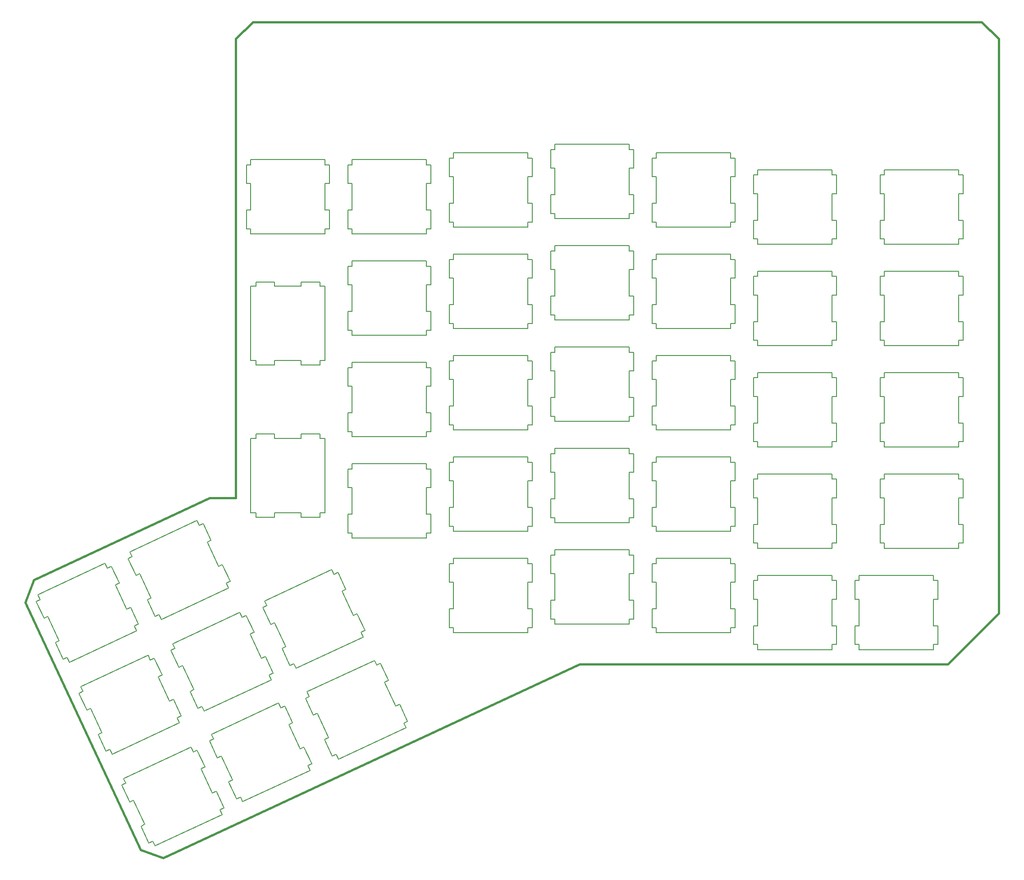
<source format=gbr>
%TF.GenerationSoftware,KiCad,Pcbnew,5.1.7*%
%TF.CreationDate,2020-10-12T11:43:00-07:00*%
%TF.ProjectId,ErgoDOX_right,4572676f-444f-4585-9f72-696768742e6b,2.0.0*%
%TF.SameCoordinates,Original*%
%TF.FileFunction,Other,ECO2*%
%FSLAX46Y46*%
G04 Gerber Fmt 4.6, Leading zero omitted, Abs format (unit mm)*
G04 Created by KiCad (PCBNEW 5.1.7) date 2020-10-12 11:43:00*
%MOMM*%
%LPD*%
G01*
G04 APERTURE LIST*
%TA.AperFunction,Profile*%
%ADD10C,0.381000*%
%TD*%
%ADD11C,0.152400*%
G04 APERTURE END LIST*
D10*
X90121000Y-32258000D02*
X93521000Y-32258000D01*
X90121000Y-32258000D02*
X77876400Y-32258000D01*
X95046800Y-32258000D02*
X93521000Y-32258000D01*
X202742800Y-32258000D02*
X143408400Y-32258000D01*
X143408400Y-32258000D02*
X131902200Y-32258000D01*
X131902200Y-32258000D02*
X95046800Y-32258000D01*
X77876400Y-32258000D02*
X65811400Y-32258000D01*
X65811400Y-32258000D02*
X62611000Y-35433000D01*
X127152400Y-152908000D02*
X196392800Y-152908000D01*
X196392800Y-152908000D02*
X205917800Y-143383000D01*
X205917800Y-143383000D02*
X205917800Y-35433000D01*
X205917800Y-35433000D02*
X202742800Y-32258000D01*
X62611000Y-35433000D02*
X62611000Y-121666000D01*
X62611000Y-121666000D02*
X57708800Y-121666000D01*
X57708800Y-121666000D02*
X24617680Y-137096500D01*
X24617680Y-137096500D02*
X23080980Y-141315440D01*
X23080980Y-141315440D02*
X44764960Y-187817760D01*
X44764960Y-187817760D02*
X48983900Y-189351920D01*
X48983900Y-189351920D02*
X127152400Y-152908000D01*
D11*
%TO.C,SW5:13*%
X184467500Y-61000640D02*
X184467500Y-60020200D01*
X183654700Y-61000640D02*
X184467500Y-61000640D01*
X183654700Y-64500760D02*
X183654700Y-61000640D01*
X184467500Y-64500760D02*
X183654700Y-64500760D01*
X184467500Y-69509640D02*
X184467500Y-64500760D01*
X183654700Y-69509640D02*
X184467500Y-69509640D01*
X183654700Y-73009760D02*
X183654700Y-69509640D01*
X184467500Y-73009760D02*
X183654700Y-73009760D01*
X184467500Y-73990200D02*
X184467500Y-73009760D01*
X198437500Y-73990200D02*
X184467500Y-73990200D01*
X198437500Y-73009760D02*
X198437500Y-73990200D01*
X199250300Y-73009760D02*
X198437500Y-73009760D01*
X199250300Y-69509640D02*
X199250300Y-73009760D01*
X198437500Y-69509640D02*
X199250300Y-69509640D01*
X198437500Y-64500760D02*
X198437500Y-69509640D01*
X199250300Y-64500760D02*
X198437500Y-64500760D01*
X199250300Y-61000640D02*
X199250300Y-64500760D01*
X198437500Y-61000640D02*
X199250300Y-61000640D01*
X198437500Y-60020200D02*
X198437500Y-61000640D01*
X184467500Y-60020200D02*
X198437500Y-60020200D01*
%TO.C,SX1:7*%
X51146923Y-149993829D02*
X50732572Y-149105249D01*
X50410276Y-150337333D02*
X51146923Y-149993829D01*
X51889491Y-153509519D02*
X50410276Y-150337333D01*
X52626138Y-153166015D02*
X51889491Y-153509519D01*
X54742982Y-157705602D02*
X52626138Y-153166015D01*
X54006335Y-158049106D02*
X54742982Y-157705602D01*
X55485550Y-161221292D02*
X54006335Y-158049106D01*
X56222197Y-160877788D02*
X55485550Y-161221292D01*
X56636549Y-161766368D02*
X56222197Y-160877788D01*
X69297668Y-155862391D02*
X56636549Y-161766368D01*
X68883317Y-154973811D02*
X69297668Y-155862391D01*
X69619964Y-154630307D02*
X68883317Y-154973811D01*
X68140749Y-151458121D02*
X69619964Y-154630307D01*
X67404102Y-151801625D02*
X68140749Y-151458121D01*
X65287258Y-147262038D02*
X67404102Y-151801625D01*
X66023905Y-146918534D02*
X65287258Y-147262038D01*
X64544690Y-143746348D02*
X66023905Y-146918534D01*
X63808043Y-144089852D02*
X64544690Y-143746348D01*
X63393691Y-143201272D02*
X63808043Y-144089852D01*
X50732572Y-149105249D02*
X63393691Y-143201272D01*
%TO.C,SW3:13*%
X184467500Y-99098100D02*
X184467500Y-98117660D01*
X183654700Y-99098100D02*
X184467500Y-99098100D01*
X183654700Y-102598220D02*
X183654700Y-99098100D01*
X184467500Y-102598220D02*
X183654700Y-102598220D01*
X184467500Y-107607100D02*
X184467500Y-102598220D01*
X183654700Y-107607100D02*
X184467500Y-107607100D01*
X183654700Y-111107220D02*
X183654700Y-107607100D01*
X184467500Y-111107220D02*
X183654700Y-111107220D01*
X184467500Y-112087660D02*
X184467500Y-111107220D01*
X198437500Y-112087660D02*
X184467500Y-112087660D01*
X198437500Y-111107220D02*
X198437500Y-112087660D01*
X199250300Y-111107220D02*
X198437500Y-111107220D01*
X199250300Y-107607100D02*
X199250300Y-111107220D01*
X198437500Y-107607100D02*
X199250300Y-107607100D01*
X198437500Y-102598220D02*
X198437500Y-107607100D01*
X199250300Y-102598220D02*
X198437500Y-102598220D01*
X199250300Y-99098100D02*
X199250300Y-102598220D01*
X198437500Y-99098100D02*
X199250300Y-99098100D01*
X198437500Y-98117660D02*
X198437500Y-99098100D01*
X184467500Y-98117660D02*
X198437500Y-98117660D01*
%TO.C,SW2:9*%
X103505000Y-114973100D02*
X103505000Y-113992660D01*
X102692200Y-114973100D02*
X103505000Y-114973100D01*
X102692200Y-118473220D02*
X102692200Y-114973100D01*
X103505000Y-118473220D02*
X102692200Y-118473220D01*
X103505000Y-123482100D02*
X103505000Y-118473220D01*
X102692200Y-123482100D02*
X103505000Y-123482100D01*
X102692200Y-126982220D02*
X102692200Y-123482100D01*
X103505000Y-126982220D02*
X102692200Y-126982220D01*
X103505000Y-127962660D02*
X103505000Y-126982220D01*
X117475000Y-127962660D02*
X103505000Y-127962660D01*
X117475000Y-126982220D02*
X117475000Y-127962660D01*
X118287800Y-126982220D02*
X117475000Y-126982220D01*
X118287800Y-123482100D02*
X118287800Y-126982220D01*
X117475000Y-123482100D02*
X118287800Y-123482100D01*
X117475000Y-118473220D02*
X117475000Y-123482100D01*
X118287800Y-118473220D02*
X117475000Y-118473220D01*
X118287800Y-114973100D02*
X118287800Y-118473220D01*
X117475000Y-114973100D02*
X118287800Y-114973100D01*
X117475000Y-113992660D02*
X117475000Y-114973100D01*
X103505000Y-113992660D02*
X117475000Y-113992660D01*
%TO.C,SW2:10*%
X122555000Y-113375440D02*
X122555000Y-112395000D01*
X121742200Y-113375440D02*
X122555000Y-113375440D01*
X121742200Y-116875560D02*
X121742200Y-113375440D01*
X122555000Y-116875560D02*
X121742200Y-116875560D01*
X122555000Y-121884440D02*
X122555000Y-116875560D01*
X121742200Y-121884440D02*
X122555000Y-121884440D01*
X121742200Y-125384560D02*
X121742200Y-121884440D01*
X122555000Y-125384560D02*
X121742200Y-125384560D01*
X122555000Y-126365000D02*
X122555000Y-125384560D01*
X136525000Y-126365000D02*
X122555000Y-126365000D01*
X136525000Y-125384560D02*
X136525000Y-126365000D01*
X137337800Y-125384560D02*
X136525000Y-125384560D01*
X137337800Y-121884440D02*
X137337800Y-125384560D01*
X136525000Y-121884440D02*
X137337800Y-121884440D01*
X136525000Y-116875560D02*
X136525000Y-121884440D01*
X137337800Y-116875560D02*
X136525000Y-116875560D01*
X137337800Y-113375440D02*
X137337800Y-116875560D01*
X136525000Y-113375440D02*
X137337800Y-113375440D01*
X136525000Y-112395000D02*
X136525000Y-113375440D01*
X122555000Y-112395000D02*
X136525000Y-112395000D01*
%TO.C,SW3:9*%
X103505000Y-95923100D02*
X103505000Y-94942660D01*
X102692200Y-95923100D02*
X103505000Y-95923100D01*
X102692200Y-99423220D02*
X102692200Y-95923100D01*
X103505000Y-99423220D02*
X102692200Y-99423220D01*
X103505000Y-104432100D02*
X103505000Y-99423220D01*
X102692200Y-104432100D02*
X103505000Y-104432100D01*
X102692200Y-107932220D02*
X102692200Y-104432100D01*
X103505000Y-107932220D02*
X102692200Y-107932220D01*
X103505000Y-108912660D02*
X103505000Y-107932220D01*
X117475000Y-108912660D02*
X103505000Y-108912660D01*
X117475000Y-107932220D02*
X117475000Y-108912660D01*
X118287800Y-107932220D02*
X117475000Y-107932220D01*
X118287800Y-104432100D02*
X118287800Y-107932220D01*
X117475000Y-104432100D02*
X118287800Y-104432100D01*
X117475000Y-99423220D02*
X117475000Y-104432100D01*
X118287800Y-99423220D02*
X117475000Y-99423220D01*
X118287800Y-95923100D02*
X118287800Y-99423220D01*
X117475000Y-95923100D02*
X118287800Y-95923100D01*
X117475000Y-94942660D02*
X117475000Y-95923100D01*
X103505000Y-94942660D02*
X117475000Y-94942660D01*
%TO.C,SW2:11*%
X141605000Y-114973100D02*
X141605000Y-113992660D01*
X140792200Y-114973100D02*
X141605000Y-114973100D01*
X140792200Y-118473220D02*
X140792200Y-114973100D01*
X141605000Y-118473220D02*
X140792200Y-118473220D01*
X141605000Y-123482100D02*
X141605000Y-118473220D01*
X140792200Y-123482100D02*
X141605000Y-123482100D01*
X140792200Y-126982220D02*
X140792200Y-123482100D01*
X141605000Y-126982220D02*
X140792200Y-126982220D01*
X141605000Y-127962660D02*
X141605000Y-126982220D01*
X155575000Y-127962660D02*
X141605000Y-127962660D01*
X155575000Y-126982220D02*
X155575000Y-127962660D01*
X156387800Y-126982220D02*
X155575000Y-126982220D01*
X156387800Y-123482100D02*
X156387800Y-126982220D01*
X155575000Y-123482100D02*
X156387800Y-123482100D01*
X155575000Y-118473220D02*
X155575000Y-123482100D01*
X156387800Y-118473220D02*
X155575000Y-118473220D01*
X156387800Y-114973100D02*
X156387800Y-118473220D01*
X155575000Y-114973100D02*
X156387800Y-114973100D01*
X155575000Y-113992660D02*
X155575000Y-114973100D01*
X141605000Y-113992660D02*
X155575000Y-113992660D01*
%TO.C,SW3:10*%
X122555000Y-94325440D02*
X122555000Y-93345000D01*
X121742200Y-94325440D02*
X122555000Y-94325440D01*
X121742200Y-97825560D02*
X121742200Y-94325440D01*
X122555000Y-97825560D02*
X121742200Y-97825560D01*
X122555000Y-102834440D02*
X122555000Y-97825560D01*
X121742200Y-102834440D02*
X122555000Y-102834440D01*
X121742200Y-106334560D02*
X121742200Y-102834440D01*
X122555000Y-106334560D02*
X121742200Y-106334560D01*
X122555000Y-107315000D02*
X122555000Y-106334560D01*
X136525000Y-107315000D02*
X122555000Y-107315000D01*
X136525000Y-106334560D02*
X136525000Y-107315000D01*
X137337800Y-106334560D02*
X136525000Y-106334560D01*
X137337800Y-102834440D02*
X137337800Y-106334560D01*
X136525000Y-102834440D02*
X137337800Y-102834440D01*
X136525000Y-97825560D02*
X136525000Y-102834440D01*
X137337800Y-97825560D02*
X136525000Y-97825560D01*
X137337800Y-94325440D02*
X137337800Y-97825560D01*
X136525000Y-94325440D02*
X137337800Y-94325440D01*
X136525000Y-93345000D02*
X136525000Y-94325440D01*
X122555000Y-93345000D02*
X136525000Y-93345000D01*
%TO.C,SW3:11*%
X141605000Y-95923100D02*
X141605000Y-94942660D01*
X140792200Y-95923100D02*
X141605000Y-95923100D01*
X140792200Y-99423220D02*
X140792200Y-95923100D01*
X141605000Y-99423220D02*
X140792200Y-99423220D01*
X141605000Y-104432100D02*
X141605000Y-99423220D01*
X140792200Y-104432100D02*
X141605000Y-104432100D01*
X140792200Y-107932220D02*
X140792200Y-104432100D01*
X141605000Y-107932220D02*
X140792200Y-107932220D01*
X141605000Y-108912660D02*
X141605000Y-107932220D01*
X155575000Y-108912660D02*
X141605000Y-108912660D01*
X155575000Y-107932220D02*
X155575000Y-108912660D01*
X156387800Y-107932220D02*
X155575000Y-107932220D01*
X156387800Y-104432100D02*
X156387800Y-107932220D01*
X155575000Y-104432100D02*
X156387800Y-104432100D01*
X155575000Y-99423220D02*
X155575000Y-104432100D01*
X156387800Y-99423220D02*
X155575000Y-99423220D01*
X156387800Y-95923100D02*
X156387800Y-99423220D01*
X155575000Y-95923100D02*
X156387800Y-95923100D01*
X155575000Y-94942660D02*
X155575000Y-95923100D01*
X141605000Y-94942660D02*
X155575000Y-94942660D01*
%TO.C,SW1:11*%
X141605000Y-134023100D02*
X141605000Y-133042660D01*
X140792200Y-134023100D02*
X141605000Y-134023100D01*
X140792200Y-137523220D02*
X140792200Y-134023100D01*
X141605000Y-137523220D02*
X140792200Y-137523220D01*
X141605000Y-142532100D02*
X141605000Y-137523220D01*
X140792200Y-142532100D02*
X141605000Y-142532100D01*
X140792200Y-146032220D02*
X140792200Y-142532100D01*
X141605000Y-146032220D02*
X140792200Y-146032220D01*
X141605000Y-147012660D02*
X141605000Y-146032220D01*
X155575000Y-147012660D02*
X141605000Y-147012660D01*
X155575000Y-146032220D02*
X155575000Y-147012660D01*
X156387800Y-146032220D02*
X155575000Y-146032220D01*
X156387800Y-142532100D02*
X156387800Y-146032220D01*
X155575000Y-142532100D02*
X156387800Y-142532100D01*
X155575000Y-137523220D02*
X155575000Y-142532100D01*
X156387800Y-137523220D02*
X155575000Y-137523220D01*
X156387800Y-134023100D02*
X156387800Y-137523220D01*
X155575000Y-134023100D02*
X156387800Y-134023100D01*
X155575000Y-133042660D02*
X155575000Y-134023100D01*
X141605000Y-133042660D02*
X155575000Y-133042660D01*
%TO.C,SW1:10*%
X122555000Y-132425440D02*
X122555000Y-131445000D01*
X121742200Y-132425440D02*
X122555000Y-132425440D01*
X121742200Y-135925560D02*
X121742200Y-132425440D01*
X122555000Y-135925560D02*
X121742200Y-135925560D01*
X122555000Y-140934440D02*
X122555000Y-135925560D01*
X121742200Y-140934440D02*
X122555000Y-140934440D01*
X121742200Y-144434560D02*
X121742200Y-140934440D01*
X122555000Y-144434560D02*
X121742200Y-144434560D01*
X122555000Y-145415000D02*
X122555000Y-144434560D01*
X136525000Y-145415000D02*
X122555000Y-145415000D01*
X136525000Y-144434560D02*
X136525000Y-145415000D01*
X137337800Y-144434560D02*
X136525000Y-144434560D01*
X137337800Y-140934440D02*
X137337800Y-144434560D01*
X136525000Y-140934440D02*
X137337800Y-140934440D01*
X136525000Y-135925560D02*
X136525000Y-140934440D01*
X137337800Y-135925560D02*
X136525000Y-135925560D01*
X137337800Y-132425440D02*
X137337800Y-135925560D01*
X136525000Y-132425440D02*
X137337800Y-132425440D01*
X136525000Y-131445000D02*
X136525000Y-132425440D01*
X122555000Y-131445000D02*
X136525000Y-131445000D01*
%TO.C,SW1:9*%
X103505000Y-134023100D02*
X103505000Y-133042660D01*
X102692200Y-134023100D02*
X103505000Y-134023100D01*
X102692200Y-137523220D02*
X102692200Y-134023100D01*
X103505000Y-137523220D02*
X102692200Y-137523220D01*
X103505000Y-142532100D02*
X103505000Y-137523220D01*
X102692200Y-142532100D02*
X103505000Y-142532100D01*
X102692200Y-146032220D02*
X102692200Y-142532100D01*
X103505000Y-146032220D02*
X102692200Y-146032220D01*
X103505000Y-147012660D02*
X103505000Y-146032220D01*
X117475000Y-147012660D02*
X103505000Y-147012660D01*
X117475000Y-146032220D02*
X117475000Y-147012660D01*
X118287800Y-146032220D02*
X117475000Y-146032220D01*
X118287800Y-142532100D02*
X118287800Y-146032220D01*
X117475000Y-142532100D02*
X118287800Y-142532100D01*
X117475000Y-137523220D02*
X117475000Y-142532100D01*
X118287800Y-137523220D02*
X117475000Y-137523220D01*
X118287800Y-134023100D02*
X118287800Y-137523220D01*
X117475000Y-134023100D02*
X118287800Y-134023100D01*
X117475000Y-133042660D02*
X117475000Y-134023100D01*
X103505000Y-133042660D02*
X117475000Y-133042660D01*
%TO.C,SX1:8*%
X68411303Y-141942029D02*
X67996952Y-141053449D01*
X67674656Y-142285533D02*
X68411303Y-141942029D01*
X69153871Y-145457719D02*
X67674656Y-142285533D01*
X69890518Y-145114215D02*
X69153871Y-145457719D01*
X72007362Y-149653802D02*
X69890518Y-145114215D01*
X71270715Y-149997306D02*
X72007362Y-149653802D01*
X72749930Y-153169492D02*
X71270715Y-149997306D01*
X73486577Y-152825988D02*
X72749930Y-153169492D01*
X73900929Y-153714568D02*
X73486577Y-152825988D01*
X86562048Y-147810591D02*
X73900929Y-153714568D01*
X86147697Y-146922011D02*
X86562048Y-147810591D01*
X86884344Y-146578507D02*
X86147697Y-146922011D01*
X85405129Y-143406321D02*
X86884344Y-146578507D01*
X84668482Y-143749825D02*
X85405129Y-143406321D01*
X82551638Y-139210238D02*
X84668482Y-143749825D01*
X83288285Y-138866734D02*
X82551638Y-139210238D01*
X81809070Y-135694548D02*
X83288285Y-138866734D01*
X81072423Y-136038052D02*
X81809070Y-135694548D01*
X80658071Y-135149472D02*
X81072423Y-136038052D01*
X67996952Y-141053449D02*
X80658071Y-135149472D01*
%TO.C,SW5:12*%
X160655000Y-61000640D02*
X160655000Y-60020200D01*
X159842200Y-61000640D02*
X160655000Y-61000640D01*
X159842200Y-64500760D02*
X159842200Y-61000640D01*
X160655000Y-64500760D02*
X159842200Y-64500760D01*
X160655000Y-69509640D02*
X160655000Y-64500760D01*
X159842200Y-69509640D02*
X160655000Y-69509640D01*
X159842200Y-73009760D02*
X159842200Y-69509640D01*
X160655000Y-73009760D02*
X159842200Y-73009760D01*
X160655000Y-73990200D02*
X160655000Y-73009760D01*
X174625000Y-73990200D02*
X160655000Y-73990200D01*
X174625000Y-73009760D02*
X174625000Y-73990200D01*
X175437800Y-73009760D02*
X174625000Y-73009760D01*
X175437800Y-69509640D02*
X175437800Y-73009760D01*
X174625000Y-69509640D02*
X175437800Y-69509640D01*
X174625000Y-64500760D02*
X174625000Y-69509640D01*
X175437800Y-64500760D02*
X174625000Y-64500760D01*
X175437800Y-61000640D02*
X175437800Y-64500760D01*
X174625000Y-61000640D02*
X175437800Y-61000640D01*
X174625000Y-60020200D02*
X174625000Y-61000640D01*
X160655000Y-60020200D02*
X174625000Y-60020200D01*
%TO.C,SW5:11*%
X141605000Y-57823100D02*
X141605000Y-56842660D01*
X140792200Y-57823100D02*
X141605000Y-57823100D01*
X140792200Y-61323220D02*
X140792200Y-57823100D01*
X141605000Y-61323220D02*
X140792200Y-61323220D01*
X141605000Y-66332100D02*
X141605000Y-61323220D01*
X140792200Y-66332100D02*
X141605000Y-66332100D01*
X140792200Y-69832220D02*
X140792200Y-66332100D01*
X141605000Y-69832220D02*
X140792200Y-69832220D01*
X141605000Y-70812660D02*
X141605000Y-69832220D01*
X155575000Y-70812660D02*
X141605000Y-70812660D01*
X155575000Y-69832220D02*
X155575000Y-70812660D01*
X156387800Y-69832220D02*
X155575000Y-69832220D01*
X156387800Y-66332100D02*
X156387800Y-69832220D01*
X155575000Y-66332100D02*
X156387800Y-66332100D01*
X155575000Y-61323220D02*
X155575000Y-66332100D01*
X156387800Y-61323220D02*
X155575000Y-61323220D01*
X156387800Y-57823100D02*
X156387800Y-61323220D01*
X155575000Y-57823100D02*
X156387800Y-57823100D01*
X155575000Y-56842660D02*
X155575000Y-57823100D01*
X141605000Y-56842660D02*
X155575000Y-56842660D01*
%TO.C,SW5:10*%
X122555000Y-56225440D02*
X122555000Y-55245000D01*
X121742200Y-56225440D02*
X122555000Y-56225440D01*
X121742200Y-59725560D02*
X121742200Y-56225440D01*
X122555000Y-59725560D02*
X121742200Y-59725560D01*
X122555000Y-64734440D02*
X122555000Y-59725560D01*
X121742200Y-64734440D02*
X122555000Y-64734440D01*
X121742200Y-68234560D02*
X121742200Y-64734440D01*
X122555000Y-68234560D02*
X121742200Y-68234560D01*
X122555000Y-69215000D02*
X122555000Y-68234560D01*
X136525000Y-69215000D02*
X122555000Y-69215000D01*
X136525000Y-68234560D02*
X136525000Y-69215000D01*
X137337800Y-68234560D02*
X136525000Y-68234560D01*
X137337800Y-64734440D02*
X137337800Y-68234560D01*
X136525000Y-64734440D02*
X137337800Y-64734440D01*
X136525000Y-59725560D02*
X136525000Y-64734440D01*
X137337800Y-59725560D02*
X136525000Y-59725560D01*
X137337800Y-56225440D02*
X137337800Y-59725560D01*
X136525000Y-56225440D02*
X137337800Y-56225440D01*
X136525000Y-55245000D02*
X136525000Y-56225440D01*
X122555000Y-55245000D02*
X136525000Y-55245000D01*
%TO.C,SW5:9*%
X103505000Y-57823100D02*
X103505000Y-56842660D01*
X102692200Y-57823100D02*
X103505000Y-57823100D01*
X102692200Y-61323220D02*
X102692200Y-57823100D01*
X103505000Y-61323220D02*
X102692200Y-61323220D01*
X103505000Y-66332100D02*
X103505000Y-61323220D01*
X102692200Y-66332100D02*
X103505000Y-66332100D01*
X102692200Y-69832220D02*
X102692200Y-66332100D01*
X103505000Y-69832220D02*
X102692200Y-69832220D01*
X103505000Y-70812660D02*
X103505000Y-69832220D01*
X117475000Y-70812660D02*
X103505000Y-70812660D01*
X117475000Y-69832220D02*
X117475000Y-70812660D01*
X118287800Y-69832220D02*
X117475000Y-69832220D01*
X118287800Y-66332100D02*
X118287800Y-69832220D01*
X117475000Y-66332100D02*
X118287800Y-66332100D01*
X117475000Y-61323220D02*
X117475000Y-66332100D01*
X118287800Y-61323220D02*
X117475000Y-61323220D01*
X118287800Y-57823100D02*
X118287800Y-61323220D01*
X117475000Y-57823100D02*
X118287800Y-57823100D01*
X117475000Y-56842660D02*
X117475000Y-57823100D01*
X103505000Y-56842660D02*
X117475000Y-56842660D01*
%TO.C,SW5:8*%
X84455000Y-59095640D02*
X84455000Y-58115200D01*
X83642200Y-59095640D02*
X84455000Y-59095640D01*
X83642200Y-62595760D02*
X83642200Y-59095640D01*
X84455000Y-62595760D02*
X83642200Y-62595760D01*
X84455000Y-67604640D02*
X84455000Y-62595760D01*
X83642200Y-67604640D02*
X84455000Y-67604640D01*
X83642200Y-71104760D02*
X83642200Y-67604640D01*
X84455000Y-71104760D02*
X83642200Y-71104760D01*
X84455000Y-72085200D02*
X84455000Y-71104760D01*
X98425000Y-72085200D02*
X84455000Y-72085200D01*
X98425000Y-71104760D02*
X98425000Y-72085200D01*
X99237800Y-71104760D02*
X98425000Y-71104760D01*
X99237800Y-67604640D02*
X99237800Y-71104760D01*
X98425000Y-67604640D02*
X99237800Y-67604640D01*
X98425000Y-62595760D02*
X98425000Y-67604640D01*
X99237800Y-62595760D02*
X98425000Y-62595760D01*
X99237800Y-59095640D02*
X99237800Y-62595760D01*
X98425000Y-59095640D02*
X99237800Y-59095640D01*
X98425000Y-58115200D02*
X98425000Y-59095640D01*
X84455000Y-58115200D02*
X98425000Y-58115200D01*
%TO.C,SW5:7*%
X65405000Y-59095640D02*
X65405000Y-58115200D01*
X64592200Y-59095640D02*
X65405000Y-59095640D01*
X64592200Y-62595760D02*
X64592200Y-59095640D01*
X65405000Y-62595760D02*
X64592200Y-62595760D01*
X65405000Y-67604640D02*
X65405000Y-62595760D01*
X64592200Y-67604640D02*
X65405000Y-67604640D01*
X64592200Y-71104760D02*
X64592200Y-67604640D01*
X65405000Y-71104760D02*
X64592200Y-71104760D01*
X65405000Y-72085200D02*
X65405000Y-71104760D01*
X79375000Y-72085200D02*
X65405000Y-72085200D01*
X79375000Y-71104760D02*
X79375000Y-72085200D01*
X80187800Y-71104760D02*
X79375000Y-71104760D01*
X80187800Y-67604640D02*
X80187800Y-71104760D01*
X79375000Y-67604640D02*
X80187800Y-67604640D01*
X79375000Y-62595760D02*
X79375000Y-67604640D01*
X80187800Y-62595760D02*
X79375000Y-62595760D01*
X80187800Y-59095640D02*
X80187800Y-62595760D01*
X79375000Y-59095640D02*
X80187800Y-59095640D01*
X79375000Y-58115200D02*
X79375000Y-59095640D01*
X65405000Y-58115200D02*
X79375000Y-58115200D01*
%TO.C,SW4:13*%
X184467500Y-80048100D02*
X184467500Y-79067660D01*
X183654700Y-80048100D02*
X184467500Y-80048100D01*
X183654700Y-83548220D02*
X183654700Y-80048100D01*
X184467500Y-83548220D02*
X183654700Y-83548220D01*
X184467500Y-88557100D02*
X184467500Y-83548220D01*
X183654700Y-88557100D02*
X184467500Y-88557100D01*
X183654700Y-92057220D02*
X183654700Y-88557100D01*
X184467500Y-92057220D02*
X183654700Y-92057220D01*
X184467500Y-93037660D02*
X184467500Y-92057220D01*
X198437500Y-93037660D02*
X184467500Y-93037660D01*
X198437500Y-92057220D02*
X198437500Y-93037660D01*
X199250300Y-92057220D02*
X198437500Y-92057220D01*
X199250300Y-88557100D02*
X199250300Y-92057220D01*
X198437500Y-88557100D02*
X199250300Y-88557100D01*
X198437500Y-83548220D02*
X198437500Y-88557100D01*
X199250300Y-83548220D02*
X198437500Y-83548220D01*
X199250300Y-80048100D02*
X199250300Y-83548220D01*
X198437500Y-80048100D02*
X199250300Y-80048100D01*
X198437500Y-79067660D02*
X198437500Y-80048100D01*
X184467500Y-79067660D02*
X198437500Y-79067660D01*
%TO.C,SW4:12*%
X160655000Y-80048100D02*
X160655000Y-79067660D01*
X159842200Y-80048100D02*
X160655000Y-80048100D01*
X159842200Y-83548220D02*
X159842200Y-80048100D01*
X160655000Y-83548220D02*
X159842200Y-83548220D01*
X160655000Y-88557100D02*
X160655000Y-83548220D01*
X159842200Y-88557100D02*
X160655000Y-88557100D01*
X159842200Y-92057220D02*
X159842200Y-88557100D01*
X160655000Y-92057220D02*
X159842200Y-92057220D01*
X160655000Y-93037660D02*
X160655000Y-92057220D01*
X174625000Y-93037660D02*
X160655000Y-93037660D01*
X174625000Y-92057220D02*
X174625000Y-93037660D01*
X175437800Y-92057220D02*
X174625000Y-92057220D01*
X175437800Y-88557100D02*
X175437800Y-92057220D01*
X174625000Y-88557100D02*
X175437800Y-88557100D01*
X174625000Y-83548220D02*
X174625000Y-88557100D01*
X175437800Y-83548220D02*
X174625000Y-83548220D01*
X175437800Y-80048100D02*
X175437800Y-83548220D01*
X174625000Y-80048100D02*
X175437800Y-80048100D01*
X174625000Y-79067660D02*
X174625000Y-80048100D01*
X160655000Y-79067660D02*
X174625000Y-79067660D01*
%TO.C,SW4:11*%
X141605000Y-76873100D02*
X141605000Y-75892660D01*
X140792200Y-76873100D02*
X141605000Y-76873100D01*
X140792200Y-80373220D02*
X140792200Y-76873100D01*
X141605000Y-80373220D02*
X140792200Y-80373220D01*
X141605000Y-85382100D02*
X141605000Y-80373220D01*
X140792200Y-85382100D02*
X141605000Y-85382100D01*
X140792200Y-88882220D02*
X140792200Y-85382100D01*
X141605000Y-88882220D02*
X140792200Y-88882220D01*
X141605000Y-89862660D02*
X141605000Y-88882220D01*
X155575000Y-89862660D02*
X141605000Y-89862660D01*
X155575000Y-88882220D02*
X155575000Y-89862660D01*
X156387800Y-88882220D02*
X155575000Y-88882220D01*
X156387800Y-85382100D02*
X156387800Y-88882220D01*
X155575000Y-85382100D02*
X156387800Y-85382100D01*
X155575000Y-80373220D02*
X155575000Y-85382100D01*
X156387800Y-80373220D02*
X155575000Y-80373220D01*
X156387800Y-76873100D02*
X156387800Y-80373220D01*
X155575000Y-76873100D02*
X156387800Y-76873100D01*
X155575000Y-75892660D02*
X155575000Y-76873100D01*
X141605000Y-75892660D02*
X155575000Y-75892660D01*
%TO.C,SW4:10*%
X122555000Y-75275440D02*
X122555000Y-74295000D01*
X121742200Y-75275440D02*
X122555000Y-75275440D01*
X121742200Y-78775560D02*
X121742200Y-75275440D01*
X122555000Y-78775560D02*
X121742200Y-78775560D01*
X122555000Y-83784440D02*
X122555000Y-78775560D01*
X121742200Y-83784440D02*
X122555000Y-83784440D01*
X121742200Y-87284560D02*
X121742200Y-83784440D01*
X122555000Y-87284560D02*
X121742200Y-87284560D01*
X122555000Y-88265000D02*
X122555000Y-87284560D01*
X136525000Y-88265000D02*
X122555000Y-88265000D01*
X136525000Y-87284560D02*
X136525000Y-88265000D01*
X137337800Y-87284560D02*
X136525000Y-87284560D01*
X137337800Y-83784440D02*
X137337800Y-87284560D01*
X136525000Y-83784440D02*
X137337800Y-83784440D01*
X136525000Y-78775560D02*
X136525000Y-83784440D01*
X137337800Y-78775560D02*
X136525000Y-78775560D01*
X137337800Y-75275440D02*
X137337800Y-78775560D01*
X136525000Y-75275440D02*
X137337800Y-75275440D01*
X136525000Y-74295000D02*
X136525000Y-75275440D01*
X122555000Y-74295000D02*
X136525000Y-74295000D01*
%TO.C,SW4:9*%
X103505000Y-76873100D02*
X103505000Y-75892660D01*
X102692200Y-76873100D02*
X103505000Y-76873100D01*
X102692200Y-80373220D02*
X102692200Y-76873100D01*
X103505000Y-80373220D02*
X102692200Y-80373220D01*
X103505000Y-85382100D02*
X103505000Y-80373220D01*
X102692200Y-85382100D02*
X103505000Y-85382100D01*
X102692200Y-88882220D02*
X102692200Y-85382100D01*
X103505000Y-88882220D02*
X102692200Y-88882220D01*
X103505000Y-89862660D02*
X103505000Y-88882220D01*
X117475000Y-89862660D02*
X103505000Y-89862660D01*
X117475000Y-88882220D02*
X117475000Y-89862660D01*
X118287800Y-88882220D02*
X117475000Y-88882220D01*
X118287800Y-85382100D02*
X118287800Y-88882220D01*
X117475000Y-85382100D02*
X118287800Y-85382100D01*
X117475000Y-80373220D02*
X117475000Y-85382100D01*
X118287800Y-80373220D02*
X117475000Y-80373220D01*
X118287800Y-76873100D02*
X118287800Y-80373220D01*
X117475000Y-76873100D02*
X118287800Y-76873100D01*
X117475000Y-75892660D02*
X117475000Y-76873100D01*
X103505000Y-75892660D02*
X117475000Y-75892660D01*
%TO.C,SW4:8*%
X84455000Y-78143100D02*
X84455000Y-77162660D01*
X83642200Y-78143100D02*
X84455000Y-78143100D01*
X83642200Y-81643220D02*
X83642200Y-78143100D01*
X84455000Y-81643220D02*
X83642200Y-81643220D01*
X84455000Y-86652100D02*
X84455000Y-81643220D01*
X83642200Y-86652100D02*
X84455000Y-86652100D01*
X83642200Y-90152220D02*
X83642200Y-86652100D01*
X84455000Y-90152220D02*
X83642200Y-90152220D01*
X84455000Y-91132660D02*
X84455000Y-90152220D01*
X98425000Y-91132660D02*
X84455000Y-91132660D01*
X98425000Y-90152220D02*
X98425000Y-91132660D01*
X99237800Y-90152220D02*
X98425000Y-90152220D01*
X99237800Y-86652100D02*
X99237800Y-90152220D01*
X98425000Y-86652100D02*
X99237800Y-86652100D01*
X98425000Y-81643220D02*
X98425000Y-86652100D01*
X99237800Y-81643220D02*
X98425000Y-81643220D01*
X99237800Y-78143100D02*
X99237800Y-81643220D01*
X98425000Y-78143100D02*
X99237800Y-78143100D01*
X98425000Y-77162660D02*
X98425000Y-78143100D01*
X84455000Y-77162660D02*
X98425000Y-77162660D01*
%TO.C,SW4:7*%
X66385440Y-95895160D02*
X65405000Y-95895160D01*
X66385440Y-96707960D02*
X66385440Y-95895160D01*
X69885560Y-96707960D02*
X66385440Y-96707960D01*
X69885560Y-95895160D02*
X69885560Y-96707960D01*
X74894440Y-95895160D02*
X69885560Y-95895160D01*
X74894440Y-96707960D02*
X74894440Y-95895160D01*
X78394560Y-96707960D02*
X74894440Y-96707960D01*
X78394560Y-95895160D02*
X78394560Y-96707960D01*
X79375000Y-95895160D02*
X78394560Y-95895160D01*
X79375000Y-81925160D02*
X79375000Y-95895160D01*
X78394560Y-81925160D02*
X79375000Y-81925160D01*
X78394560Y-81112360D02*
X78394560Y-81925160D01*
X74894440Y-81112360D02*
X78394560Y-81112360D01*
X74894440Y-81925160D02*
X74894440Y-81112360D01*
X69885560Y-81925160D02*
X74894440Y-81925160D01*
X69885560Y-81112360D02*
X69885560Y-81925160D01*
X66385440Y-81112360D02*
X69885560Y-81112360D01*
X66385440Y-81925160D02*
X66385440Y-81112360D01*
X65405000Y-81925160D02*
X66385440Y-81925160D01*
X65405000Y-95895160D02*
X65405000Y-81925160D01*
%TO.C,SW3:12*%
X160655000Y-99098100D02*
X160655000Y-98117660D01*
X159842200Y-99098100D02*
X160655000Y-99098100D01*
X159842200Y-102598220D02*
X159842200Y-99098100D01*
X160655000Y-102598220D02*
X159842200Y-102598220D01*
X160655000Y-107607100D02*
X160655000Y-102598220D01*
X159842200Y-107607100D02*
X160655000Y-107607100D01*
X159842200Y-111107220D02*
X159842200Y-107607100D01*
X160655000Y-111107220D02*
X159842200Y-111107220D01*
X160655000Y-112087660D02*
X160655000Y-111107220D01*
X174625000Y-112087660D02*
X160655000Y-112087660D01*
X174625000Y-111107220D02*
X174625000Y-112087660D01*
X175437800Y-111107220D02*
X174625000Y-111107220D01*
X175437800Y-107607100D02*
X175437800Y-111107220D01*
X174625000Y-107607100D02*
X175437800Y-107607100D01*
X174625000Y-102598220D02*
X174625000Y-107607100D01*
X175437800Y-102598220D02*
X174625000Y-102598220D01*
X175437800Y-99098100D02*
X175437800Y-102598220D01*
X174625000Y-99098100D02*
X175437800Y-99098100D01*
X174625000Y-98117660D02*
X174625000Y-99098100D01*
X160655000Y-98117660D02*
X174625000Y-98117660D01*
%TO.C,SW3:8*%
X84455000Y-97193100D02*
X84455000Y-96212660D01*
X83642200Y-97193100D02*
X84455000Y-97193100D01*
X83642200Y-100693220D02*
X83642200Y-97193100D01*
X84455000Y-100693220D02*
X83642200Y-100693220D01*
X84455000Y-105702100D02*
X84455000Y-100693220D01*
X83642200Y-105702100D02*
X84455000Y-105702100D01*
X83642200Y-109202220D02*
X83642200Y-105702100D01*
X84455000Y-109202220D02*
X83642200Y-109202220D01*
X84455000Y-110182660D02*
X84455000Y-109202220D01*
X98425000Y-110182660D02*
X84455000Y-110182660D01*
X98425000Y-109202220D02*
X98425000Y-110182660D01*
X99237800Y-109202220D02*
X98425000Y-109202220D01*
X99237800Y-105702100D02*
X99237800Y-109202220D01*
X98425000Y-105702100D02*
X99237800Y-105702100D01*
X98425000Y-100693220D02*
X98425000Y-105702100D01*
X99237800Y-100693220D02*
X98425000Y-100693220D01*
X99237800Y-97193100D02*
X99237800Y-100693220D01*
X98425000Y-97193100D02*
X99237800Y-97193100D01*
X98425000Y-96212660D02*
X98425000Y-97193100D01*
X84455000Y-96212660D02*
X98425000Y-96212660D01*
%TO.C,SW2:13*%
X184467500Y-118148100D02*
X184467500Y-117167660D01*
X183654700Y-118148100D02*
X184467500Y-118148100D01*
X183654700Y-121648220D02*
X183654700Y-118148100D01*
X184467500Y-121648220D02*
X183654700Y-121648220D01*
X184467500Y-126657100D02*
X184467500Y-121648220D01*
X183654700Y-126657100D02*
X184467500Y-126657100D01*
X183654700Y-130157220D02*
X183654700Y-126657100D01*
X184467500Y-130157220D02*
X183654700Y-130157220D01*
X184467500Y-131137660D02*
X184467500Y-130157220D01*
X198437500Y-131137660D02*
X184467500Y-131137660D01*
X198437500Y-130157220D02*
X198437500Y-131137660D01*
X199250300Y-130157220D02*
X198437500Y-130157220D01*
X199250300Y-126657100D02*
X199250300Y-130157220D01*
X198437500Y-126657100D02*
X199250300Y-126657100D01*
X198437500Y-121648220D02*
X198437500Y-126657100D01*
X199250300Y-121648220D02*
X198437500Y-121648220D01*
X199250300Y-118148100D02*
X199250300Y-121648220D01*
X198437500Y-118148100D02*
X199250300Y-118148100D01*
X198437500Y-117167660D02*
X198437500Y-118148100D01*
X184467500Y-117167660D02*
X198437500Y-117167660D01*
%TO.C,SW2:12*%
X160655000Y-118148100D02*
X160655000Y-117167660D01*
X159842200Y-118148100D02*
X160655000Y-118148100D01*
X159842200Y-121648220D02*
X159842200Y-118148100D01*
X160655000Y-121648220D02*
X159842200Y-121648220D01*
X160655000Y-126657100D02*
X160655000Y-121648220D01*
X159842200Y-126657100D02*
X160655000Y-126657100D01*
X159842200Y-130157220D02*
X159842200Y-126657100D01*
X160655000Y-130157220D02*
X159842200Y-130157220D01*
X160655000Y-131137660D02*
X160655000Y-130157220D01*
X174625000Y-131137660D02*
X160655000Y-131137660D01*
X174625000Y-130157220D02*
X174625000Y-131137660D01*
X175437800Y-130157220D02*
X174625000Y-130157220D01*
X175437800Y-126657100D02*
X175437800Y-130157220D01*
X174625000Y-126657100D02*
X175437800Y-126657100D01*
X174625000Y-121648220D02*
X174625000Y-126657100D01*
X175437800Y-121648220D02*
X174625000Y-121648220D01*
X175437800Y-118148100D02*
X175437800Y-121648220D01*
X174625000Y-118148100D02*
X175437800Y-118148100D01*
X174625000Y-117167660D02*
X174625000Y-118148100D01*
X160655000Y-117167660D02*
X174625000Y-117167660D01*
%TO.C,SW2:8*%
X84455000Y-116243100D02*
X84455000Y-115262660D01*
X83642200Y-116243100D02*
X84455000Y-116243100D01*
X83642200Y-119743220D02*
X83642200Y-116243100D01*
X84455000Y-119743220D02*
X83642200Y-119743220D01*
X84455000Y-124752100D02*
X84455000Y-119743220D01*
X83642200Y-124752100D02*
X84455000Y-124752100D01*
X83642200Y-128252220D02*
X83642200Y-124752100D01*
X84455000Y-128252220D02*
X83642200Y-128252220D01*
X84455000Y-129232660D02*
X84455000Y-128252220D01*
X98425000Y-129232660D02*
X84455000Y-129232660D01*
X98425000Y-128252220D02*
X98425000Y-129232660D01*
X99237800Y-128252220D02*
X98425000Y-128252220D01*
X99237800Y-124752100D02*
X99237800Y-128252220D01*
X98425000Y-124752100D02*
X99237800Y-124752100D01*
X98425000Y-119743220D02*
X98425000Y-124752100D01*
X99237800Y-119743220D02*
X98425000Y-119743220D01*
X99237800Y-116243100D02*
X99237800Y-119743220D01*
X98425000Y-116243100D02*
X99237800Y-116243100D01*
X98425000Y-115262660D02*
X98425000Y-116243100D01*
X84455000Y-115262660D02*
X98425000Y-115262660D01*
%TO.C,SW2:7*%
X66385440Y-124470160D02*
X65405000Y-124470160D01*
X66385440Y-125282960D02*
X66385440Y-124470160D01*
X69885560Y-125282960D02*
X66385440Y-125282960D01*
X69885560Y-124470160D02*
X69885560Y-125282960D01*
X74894440Y-124470160D02*
X69885560Y-124470160D01*
X74894440Y-125282960D02*
X74894440Y-124470160D01*
X78394560Y-125282960D02*
X74894440Y-125282960D01*
X78394560Y-124470160D02*
X78394560Y-125282960D01*
X79375000Y-124470160D02*
X78394560Y-124470160D01*
X79375000Y-110500160D02*
X79375000Y-124470160D01*
X78394560Y-110500160D02*
X79375000Y-110500160D01*
X78394560Y-109687360D02*
X78394560Y-110500160D01*
X74894440Y-109687360D02*
X78394560Y-109687360D01*
X74894440Y-110500160D02*
X74894440Y-109687360D01*
X69885560Y-110500160D02*
X74894440Y-110500160D01*
X69885560Y-109687360D02*
X69885560Y-110500160D01*
X66385440Y-109687360D02*
X69885560Y-109687360D01*
X66385440Y-110500160D02*
X66385440Y-109687360D01*
X65405000Y-110500160D02*
X66385440Y-110500160D01*
X65405000Y-124470160D02*
X65405000Y-110500160D01*
%TO.C,SW1:13*%
X179705000Y-137198100D02*
X179705000Y-136217660D01*
X178892200Y-137198100D02*
X179705000Y-137198100D01*
X178892200Y-140698220D02*
X178892200Y-137198100D01*
X179705000Y-140698220D02*
X178892200Y-140698220D01*
X179705000Y-145707100D02*
X179705000Y-140698220D01*
X178892200Y-145707100D02*
X179705000Y-145707100D01*
X178892200Y-149207220D02*
X178892200Y-145707100D01*
X179705000Y-149207220D02*
X178892200Y-149207220D01*
X179705000Y-150187660D02*
X179705000Y-149207220D01*
X193675000Y-150187660D02*
X179705000Y-150187660D01*
X193675000Y-149207220D02*
X193675000Y-150187660D01*
X194487800Y-149207220D02*
X193675000Y-149207220D01*
X194487800Y-145707100D02*
X194487800Y-149207220D01*
X193675000Y-145707100D02*
X194487800Y-145707100D01*
X193675000Y-140698220D02*
X193675000Y-145707100D01*
X194487800Y-140698220D02*
X193675000Y-140698220D01*
X194487800Y-137198100D02*
X194487800Y-140698220D01*
X193675000Y-137198100D02*
X194487800Y-137198100D01*
X193675000Y-136217660D02*
X193675000Y-137198100D01*
X179705000Y-136217660D02*
X193675000Y-136217660D01*
%TO.C,SW1:12*%
X160655000Y-137198100D02*
X160655000Y-136217660D01*
X159842200Y-137198100D02*
X160655000Y-137198100D01*
X159842200Y-140698220D02*
X159842200Y-137198100D01*
X160655000Y-140698220D02*
X159842200Y-140698220D01*
X160655000Y-145707100D02*
X160655000Y-140698220D01*
X159842200Y-145707100D02*
X160655000Y-145707100D01*
X159842200Y-149207220D02*
X159842200Y-145707100D01*
X160655000Y-149207220D02*
X159842200Y-149207220D01*
X160655000Y-150187660D02*
X160655000Y-149207220D01*
X174625000Y-150187660D02*
X160655000Y-150187660D01*
X174625000Y-149207220D02*
X174625000Y-150187660D01*
X175437800Y-149207220D02*
X174625000Y-149207220D01*
X175437800Y-145707100D02*
X175437800Y-149207220D01*
X174625000Y-145707100D02*
X175437800Y-145707100D01*
X174625000Y-140698220D02*
X174625000Y-145707100D01*
X175437800Y-140698220D02*
X174625000Y-140698220D01*
X175437800Y-137198100D02*
X175437800Y-140698220D01*
X174625000Y-137198100D02*
X175437800Y-137198100D01*
X174625000Y-136217660D02*
X174625000Y-137198100D01*
X160655000Y-136217660D02*
X174625000Y-136217660D01*
%TO.C,SW0:12*%
X41931803Y-175310009D02*
X41517452Y-174421429D01*
X41195156Y-175653513D02*
X41931803Y-175310009D01*
X42674371Y-178825699D02*
X41195156Y-175653513D01*
X43411018Y-178482195D02*
X42674371Y-178825699D01*
X45527862Y-183021782D02*
X43411018Y-178482195D01*
X44791215Y-183365286D02*
X45527862Y-183021782D01*
X46270430Y-186537472D02*
X44791215Y-183365286D01*
X47007077Y-186193968D02*
X46270430Y-186537472D01*
X47421429Y-187082548D02*
X47007077Y-186193968D01*
X60082548Y-181178571D02*
X47421429Y-187082548D01*
X59668197Y-180289991D02*
X60082548Y-181178571D01*
X60404844Y-179946487D02*
X59668197Y-180289991D01*
X58925629Y-176774301D02*
X60404844Y-179946487D01*
X58188982Y-177117805D02*
X58925629Y-176774301D01*
X56072138Y-172578218D02*
X58188982Y-177117805D01*
X56808785Y-172234714D02*
X56072138Y-172578218D01*
X55329570Y-169062528D02*
X56808785Y-172234714D01*
X54592923Y-169406032D02*
X55329570Y-169062528D01*
X54178571Y-168517452D02*
X54592923Y-169406032D01*
X41517452Y-174421429D02*
X54178571Y-168517452D01*
%TO.C,SW0:11*%
X58407803Y-167008009D02*
X57993452Y-166119429D01*
X57671156Y-167351513D02*
X58407803Y-167008009D01*
X59150371Y-170523699D02*
X57671156Y-167351513D01*
X59887018Y-170180195D02*
X59150371Y-170523699D01*
X62003862Y-174719782D02*
X59887018Y-170180195D01*
X61267215Y-175063286D02*
X62003862Y-174719782D01*
X62746430Y-178235472D02*
X61267215Y-175063286D01*
X63483077Y-177891968D02*
X62746430Y-178235472D01*
X63897429Y-178780548D02*
X63483077Y-177891968D01*
X76558548Y-172876571D02*
X63897429Y-178780548D01*
X76144197Y-171987991D02*
X76558548Y-172876571D01*
X76880844Y-171644487D02*
X76144197Y-171987991D01*
X75401629Y-168472301D02*
X76880844Y-171644487D01*
X74664982Y-168815805D02*
X75401629Y-168472301D01*
X72548138Y-164276218D02*
X74664982Y-168815805D01*
X73284785Y-163932714D02*
X72548138Y-164276218D01*
X71805570Y-160760528D02*
X73284785Y-163932714D01*
X71068923Y-161104032D02*
X71805570Y-160760528D01*
X70654571Y-160215452D02*
X71068923Y-161104032D01*
X57993452Y-166119429D02*
X70654571Y-160215452D01*
%TO.C,SW0:10*%
X76407803Y-159008009D02*
X75993452Y-158119429D01*
X75671156Y-159351513D02*
X76407803Y-159008009D01*
X77150371Y-162523699D02*
X75671156Y-159351513D01*
X77887018Y-162180195D02*
X77150371Y-162523699D01*
X80003862Y-166719782D02*
X77887018Y-162180195D01*
X79267215Y-167063286D02*
X80003862Y-166719782D01*
X80746430Y-170235472D02*
X79267215Y-167063286D01*
X81483077Y-169891968D02*
X80746430Y-170235472D01*
X81897429Y-170780548D02*
X81483077Y-169891968D01*
X94558548Y-164876571D02*
X81897429Y-170780548D01*
X94144197Y-163987991D02*
X94558548Y-164876571D01*
X94880844Y-163644487D02*
X94144197Y-163987991D01*
X93401629Y-160472301D02*
X94880844Y-163644487D01*
X92664982Y-160815805D02*
X93401629Y-160472301D01*
X90548138Y-156276218D02*
X92664982Y-160815805D01*
X91284785Y-155932714D02*
X90548138Y-156276218D01*
X89805570Y-152760528D02*
X91284785Y-155932714D01*
X89068923Y-153104032D02*
X89805570Y-152760528D01*
X88654571Y-152215452D02*
X89068923Y-153104032D01*
X75993452Y-158119429D02*
X88654571Y-152215452D01*
%TO.C,SW0:9*%
X33880003Y-158043089D02*
X33465652Y-157154509D01*
X33143356Y-158386593D02*
X33880003Y-158043089D01*
X34622571Y-161558779D02*
X33143356Y-158386593D01*
X35359218Y-161215275D02*
X34622571Y-161558779D01*
X37476062Y-165754862D02*
X35359218Y-161215275D01*
X36739415Y-166098366D02*
X37476062Y-165754862D01*
X38218630Y-169270552D02*
X36739415Y-166098366D01*
X38955277Y-168927048D02*
X38218630Y-169270552D01*
X39369629Y-169815628D02*
X38955277Y-168927048D01*
X52030748Y-163911651D02*
X39369629Y-169815628D01*
X51616397Y-163023071D02*
X52030748Y-163911651D01*
X52353044Y-162679567D02*
X51616397Y-163023071D01*
X50873829Y-159507381D02*
X52353044Y-162679567D01*
X50137182Y-159850885D02*
X50873829Y-159507381D01*
X48020338Y-155311298D02*
X50137182Y-159850885D01*
X48756985Y-154967794D02*
X48020338Y-155311298D01*
X47277770Y-151795608D02*
X48756985Y-154967794D01*
X46541123Y-152139112D02*
X47277770Y-151795608D01*
X46126771Y-151250532D02*
X46541123Y-152139112D01*
X33465652Y-157154509D02*
X46126771Y-151250532D01*
%TO.C,SW0:8*%
X43095123Y-132729449D02*
X42680772Y-131840869D01*
X42358476Y-133072953D02*
X43095123Y-132729449D01*
X43837691Y-136245139D02*
X42358476Y-133072953D01*
X44574338Y-135901635D02*
X43837691Y-136245139D01*
X46691182Y-140441222D02*
X44574338Y-135901635D01*
X45954535Y-140784726D02*
X46691182Y-140441222D01*
X47433750Y-143956912D02*
X45954535Y-140784726D01*
X48170397Y-143613408D02*
X47433750Y-143956912D01*
X48584749Y-144501988D02*
X48170397Y-143613408D01*
X61245868Y-138598011D02*
X48584749Y-144501988D01*
X60831517Y-137709431D02*
X61245868Y-138598011D01*
X61568164Y-137365927D02*
X60831517Y-137709431D01*
X60088949Y-134193741D02*
X61568164Y-137365927D01*
X59352302Y-134537245D02*
X60088949Y-134193741D01*
X57235458Y-129997658D02*
X59352302Y-134537245D01*
X57972105Y-129654154D02*
X57235458Y-129997658D01*
X56492890Y-126481968D02*
X57972105Y-129654154D01*
X55756243Y-126825472D02*
X56492890Y-126481968D01*
X55341891Y-125936892D02*
X55756243Y-126825472D01*
X42680772Y-131840869D02*
X55341891Y-125936892D01*
%TO.C,SW0:7*%
X25830743Y-140778709D02*
X25416392Y-139890129D01*
X25094096Y-141122213D02*
X25830743Y-140778709D01*
X26573311Y-144294399D02*
X25094096Y-141122213D01*
X27309958Y-143950895D02*
X26573311Y-144294399D01*
X29426802Y-148490482D02*
X27309958Y-143950895D01*
X28690155Y-148833986D02*
X29426802Y-148490482D01*
X30169370Y-152006172D02*
X28690155Y-148833986D01*
X30906017Y-151662668D02*
X30169370Y-152006172D01*
X31320369Y-152551248D02*
X30906017Y-151662668D01*
X43981488Y-146647271D02*
X31320369Y-152551248D01*
X43567137Y-145758691D02*
X43981488Y-146647271D01*
X44303784Y-145415187D02*
X43567137Y-145758691D01*
X42824569Y-142243001D02*
X44303784Y-145415187D01*
X42087922Y-142586505D02*
X42824569Y-142243001D01*
X39971078Y-138046918D02*
X42087922Y-142586505D01*
X40707725Y-137703414D02*
X39971078Y-138046918D01*
X39228510Y-134531228D02*
X40707725Y-137703414D01*
X38491863Y-134874732D02*
X39228510Y-134531228D01*
X38077511Y-133986152D02*
X38491863Y-134874732D01*
X25416392Y-139890129D02*
X38077511Y-133986152D01*
%TD*%
M02*

</source>
